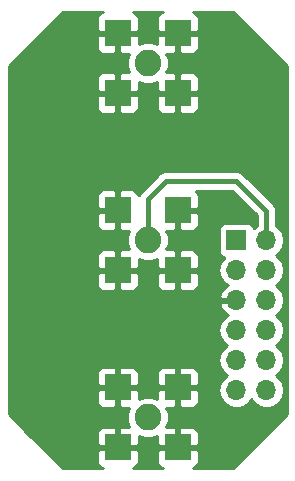
<source format=gbr>
G04 #@! TF.GenerationSoftware,KiCad,Pcbnew,(5.0.0-3-g5ebb6b6)*
G04 #@! TF.CreationDate,2020-07-14T15:02:59-04:00*
G04 #@! TF.ProjectId,Project,50726F6A6563742E6B696361645F7063,rev?*
G04 #@! TF.SameCoordinates,Original*
G04 #@! TF.FileFunction,Copper,L2,Bot,Signal*
G04 #@! TF.FilePolarity,Positive*
%FSLAX46Y46*%
G04 Gerber Fmt 4.6, Leading zero omitted, Abs format (unit mm)*
G04 Created by KiCad (PCBNEW (5.0.0-3-g5ebb6b6)) date Tuesday, July 14, 2020 at 03:02:59 PM*
%MOMM*%
%LPD*%
G01*
G04 APERTURE LIST*
G04 #@! TA.AperFunction,ComponentPad*
%ADD10R,1.700000X1.700000*%
G04 #@! TD*
G04 #@! TA.AperFunction,ComponentPad*
%ADD11O,1.700000X1.700000*%
G04 #@! TD*
G04 #@! TA.AperFunction,ComponentPad*
%ADD12C,2.250000*%
G04 #@! TD*
G04 #@! TA.AperFunction,ComponentPad*
%ADD13R,2.250000X2.250000*%
G04 #@! TD*
G04 #@! TA.AperFunction,Conductor*
%ADD14C,0.400000*%
G04 #@! TD*
G04 #@! TA.AperFunction,Conductor*
%ADD15C,0.254000*%
G04 #@! TD*
G04 APERTURE END LIST*
D10*
G04 #@! TO.P,J1,1*
G04 #@! TO.N,DD1*
X100000000Y-100000000D03*
D11*
G04 #@! TO.P,J1,2*
G04 #@! TO.N,SS1*
X102540000Y-100000000D03*
G04 #@! TO.P,J1,3*
G04 #@! TO.N,DD2*
X100000000Y-102540000D03*
G04 #@! TO.P,J1,4*
G04 #@! TO.N,SS2*
X102540000Y-102540000D03*
G04 #@! TO.P,J1,5*
G04 #@! TO.N,GND*
X100000000Y-105080000D03*
G04 #@! TO.P,J1,6*
G04 #@! TO.N,Net-(J1-Pad6)*
X102540000Y-105080000D03*
G04 #@! TO.P,J1,7*
G04 #@! TO.N,BackGate*
X100000000Y-107620000D03*
G04 #@! TO.P,J1,8*
G04 #@! TO.N,Gate*
X102540000Y-107620000D03*
G04 #@! TO.P,J1,9*
G04 #@! TO.N,LocalGate*
X100000000Y-110160000D03*
G04 #@! TO.P,J1,10*
G04 #@! TO.N,Gate*
X102540000Y-110160000D03*
G04 #@! TO.P,J1,11*
G04 #@! TO.N,SolutionGate*
X100000000Y-112700000D03*
G04 #@! TO.P,J1,12*
G04 #@! TO.N,Gate*
X102540000Y-112700000D03*
G04 #@! TD*
D12*
G04 #@! TO.P,SIG1,1*
G04 #@! TO.N,DD1*
X92500000Y-85000000D03*
D13*
G04 #@! TO.P,SIG1,2*
G04 #@! TO.N,GND*
X95040000Y-82460000D03*
X89960000Y-82460000D03*
X89960000Y-87540000D03*
X95040000Y-87540000D03*
G04 #@! TD*
D12*
G04 #@! TO.P,SIG2,1*
G04 #@! TO.N,Gate*
X92500000Y-115000000D03*
D13*
G04 #@! TO.P,SIG2,2*
G04 #@! TO.N,GND*
X95040000Y-112460000D03*
X89960000Y-112460000D03*
X89960000Y-117540000D03*
X95040000Y-117540000D03*
G04 #@! TD*
G04 #@! TO.P,SIG3,2*
G04 #@! TO.N,GND*
X95040000Y-102540000D03*
X89960000Y-102540000D03*
X89960000Y-97460000D03*
X95040000Y-97460000D03*
D12*
G04 #@! TO.P,SIG3,1*
G04 #@! TO.N,SS1*
X92500000Y-100000000D03*
G04 #@! TD*
D14*
G04 #@! TO.N,SS1*
X92500000Y-96500000D02*
X92500000Y-100000000D01*
X94000000Y-95000000D02*
X92500000Y-96500000D01*
X100000000Y-95000000D02*
X94000000Y-95000000D01*
X102540000Y-97540000D02*
X100000000Y-95000000D01*
X102540000Y-100000000D02*
X102540000Y-97540000D01*
G04 #@! TD*
D15*
G04 #@! TO.N,GND*
G36*
X88475302Y-80796673D02*
X88296673Y-80975301D01*
X88200000Y-81208690D01*
X88200000Y-82174250D01*
X88358750Y-82333000D01*
X89833000Y-82333000D01*
X89833000Y-82313000D01*
X90087000Y-82313000D01*
X90087000Y-82333000D01*
X91561250Y-82333000D01*
X91720000Y-82174250D01*
X91720000Y-81208690D01*
X91623327Y-80975301D01*
X91444698Y-80796673D01*
X91235451Y-80710000D01*
X93764549Y-80710000D01*
X93555302Y-80796673D01*
X93376673Y-80975301D01*
X93280000Y-81208690D01*
X93280000Y-82174250D01*
X93438750Y-82333000D01*
X94913000Y-82333000D01*
X94913000Y-82313000D01*
X95167000Y-82313000D01*
X95167000Y-82333000D01*
X96641250Y-82333000D01*
X96800000Y-82174250D01*
X96800000Y-81208690D01*
X96703327Y-80975301D01*
X96524698Y-80796673D01*
X96315451Y-80710000D01*
X99705910Y-80710000D01*
X104290001Y-85294093D01*
X104290000Y-97569925D01*
X104290001Y-97569930D01*
X104290000Y-114705908D01*
X99705910Y-119290000D01*
X96315451Y-119290000D01*
X96524698Y-119203327D01*
X96703327Y-119024699D01*
X96800000Y-118791310D01*
X96800000Y-117825750D01*
X96641250Y-117667000D01*
X95167000Y-117667000D01*
X95167000Y-117687000D01*
X94913000Y-117687000D01*
X94913000Y-117667000D01*
X93438750Y-117667000D01*
X93280000Y-117825750D01*
X93280000Y-118791310D01*
X93376673Y-119024699D01*
X93555302Y-119203327D01*
X93764549Y-119290000D01*
X91235451Y-119290000D01*
X91444698Y-119203327D01*
X91623327Y-119024699D01*
X91720000Y-118791310D01*
X91720000Y-117825750D01*
X91561250Y-117667000D01*
X90087000Y-117667000D01*
X90087000Y-117687000D01*
X89833000Y-117687000D01*
X89833000Y-117667000D01*
X88358750Y-117667000D01*
X88200000Y-117825750D01*
X88200000Y-118791310D01*
X88296673Y-119024699D01*
X88475302Y-119203327D01*
X88684549Y-119290000D01*
X85294092Y-119290000D01*
X82292781Y-116288690D01*
X88200000Y-116288690D01*
X88200000Y-117254250D01*
X88358750Y-117413000D01*
X89833000Y-117413000D01*
X89833000Y-115938750D01*
X89674250Y-115780000D01*
X88708691Y-115780000D01*
X88475302Y-115876673D01*
X88296673Y-116055301D01*
X88200000Y-116288690D01*
X82292781Y-116288690D01*
X80710000Y-114705910D01*
X80710000Y-112745750D01*
X88200000Y-112745750D01*
X88200000Y-113711310D01*
X88296673Y-113944699D01*
X88475302Y-114123327D01*
X88708691Y-114220000D01*
X89674250Y-114220000D01*
X89833000Y-114061250D01*
X89833000Y-112587000D01*
X90087000Y-112587000D01*
X90087000Y-114061250D01*
X90245750Y-114220000D01*
X90918076Y-114220000D01*
X90740000Y-114649914D01*
X90740000Y-115350086D01*
X90918076Y-115780000D01*
X90245750Y-115780000D01*
X90087000Y-115938750D01*
X90087000Y-117413000D01*
X91561250Y-117413000D01*
X91720000Y-117254250D01*
X91720000Y-116581924D01*
X92149914Y-116760000D01*
X92850086Y-116760000D01*
X93280000Y-116581924D01*
X93280000Y-117254250D01*
X93438750Y-117413000D01*
X94913000Y-117413000D01*
X94913000Y-115938750D01*
X95167000Y-115938750D01*
X95167000Y-117413000D01*
X96641250Y-117413000D01*
X96800000Y-117254250D01*
X96800000Y-116288690D01*
X96703327Y-116055301D01*
X96524698Y-115876673D01*
X96291309Y-115780000D01*
X95325750Y-115780000D01*
X95167000Y-115938750D01*
X94913000Y-115938750D01*
X94754250Y-115780000D01*
X94081924Y-115780000D01*
X94260000Y-115350086D01*
X94260000Y-114649914D01*
X94081924Y-114220000D01*
X94754250Y-114220000D01*
X94913000Y-114061250D01*
X94913000Y-112587000D01*
X95167000Y-112587000D01*
X95167000Y-114061250D01*
X95325750Y-114220000D01*
X96291309Y-114220000D01*
X96524698Y-114123327D01*
X96703327Y-113944699D01*
X96800000Y-113711310D01*
X96800000Y-112745750D01*
X96641250Y-112587000D01*
X95167000Y-112587000D01*
X94913000Y-112587000D01*
X93438750Y-112587000D01*
X93280000Y-112745750D01*
X93280000Y-113418076D01*
X92850086Y-113240000D01*
X92149914Y-113240000D01*
X91720000Y-113418076D01*
X91720000Y-112745750D01*
X91561250Y-112587000D01*
X90087000Y-112587000D01*
X89833000Y-112587000D01*
X88358750Y-112587000D01*
X88200000Y-112745750D01*
X80710000Y-112745750D01*
X80710000Y-111208690D01*
X88200000Y-111208690D01*
X88200000Y-112174250D01*
X88358750Y-112333000D01*
X89833000Y-112333000D01*
X89833000Y-110858750D01*
X90087000Y-110858750D01*
X90087000Y-112333000D01*
X91561250Y-112333000D01*
X91720000Y-112174250D01*
X91720000Y-111208690D01*
X93280000Y-111208690D01*
X93280000Y-112174250D01*
X93438750Y-112333000D01*
X94913000Y-112333000D01*
X94913000Y-110858750D01*
X95167000Y-110858750D01*
X95167000Y-112333000D01*
X96641250Y-112333000D01*
X96800000Y-112174250D01*
X96800000Y-111208690D01*
X96703327Y-110975301D01*
X96524698Y-110796673D01*
X96291309Y-110700000D01*
X95325750Y-110700000D01*
X95167000Y-110858750D01*
X94913000Y-110858750D01*
X94754250Y-110700000D01*
X93788691Y-110700000D01*
X93555302Y-110796673D01*
X93376673Y-110975301D01*
X93280000Y-111208690D01*
X91720000Y-111208690D01*
X91623327Y-110975301D01*
X91444698Y-110796673D01*
X91211309Y-110700000D01*
X90245750Y-110700000D01*
X90087000Y-110858750D01*
X89833000Y-110858750D01*
X89674250Y-110700000D01*
X88708691Y-110700000D01*
X88475302Y-110796673D01*
X88296673Y-110975301D01*
X88200000Y-111208690D01*
X80710000Y-111208690D01*
X80710000Y-102825750D01*
X88200000Y-102825750D01*
X88200000Y-103791310D01*
X88296673Y-104024699D01*
X88475302Y-104203327D01*
X88708691Y-104300000D01*
X89674250Y-104300000D01*
X89833000Y-104141250D01*
X89833000Y-102667000D01*
X90087000Y-102667000D01*
X90087000Y-104141250D01*
X90245750Y-104300000D01*
X91211309Y-104300000D01*
X91444698Y-104203327D01*
X91623327Y-104024699D01*
X91720000Y-103791310D01*
X91720000Y-102825750D01*
X93280000Y-102825750D01*
X93280000Y-103791310D01*
X93376673Y-104024699D01*
X93555302Y-104203327D01*
X93788691Y-104300000D01*
X94754250Y-104300000D01*
X94913000Y-104141250D01*
X94913000Y-102667000D01*
X95167000Y-102667000D01*
X95167000Y-104141250D01*
X95325750Y-104300000D01*
X96291309Y-104300000D01*
X96524698Y-104203327D01*
X96703327Y-104024699D01*
X96800000Y-103791310D01*
X96800000Y-102825750D01*
X96641250Y-102667000D01*
X95167000Y-102667000D01*
X94913000Y-102667000D01*
X93438750Y-102667000D01*
X93280000Y-102825750D01*
X91720000Y-102825750D01*
X91561250Y-102667000D01*
X90087000Y-102667000D01*
X89833000Y-102667000D01*
X88358750Y-102667000D01*
X88200000Y-102825750D01*
X80710000Y-102825750D01*
X80710000Y-101288690D01*
X88200000Y-101288690D01*
X88200000Y-102254250D01*
X88358750Y-102413000D01*
X89833000Y-102413000D01*
X89833000Y-100938750D01*
X89674250Y-100780000D01*
X88708691Y-100780000D01*
X88475302Y-100876673D01*
X88296673Y-101055301D01*
X88200000Y-101288690D01*
X80710000Y-101288690D01*
X80710000Y-97745750D01*
X88200000Y-97745750D01*
X88200000Y-98711310D01*
X88296673Y-98944699D01*
X88475302Y-99123327D01*
X88708691Y-99220000D01*
X89674250Y-99220000D01*
X89833000Y-99061250D01*
X89833000Y-97587000D01*
X88358750Y-97587000D01*
X88200000Y-97745750D01*
X80710000Y-97745750D01*
X80710000Y-96208690D01*
X88200000Y-96208690D01*
X88200000Y-97174250D01*
X88358750Y-97333000D01*
X89833000Y-97333000D01*
X89833000Y-95858750D01*
X90087000Y-95858750D01*
X90087000Y-97333000D01*
X90107000Y-97333000D01*
X90107000Y-97587000D01*
X90087000Y-97587000D01*
X90087000Y-99061250D01*
X90245750Y-99220000D01*
X90918076Y-99220000D01*
X90740000Y-99649914D01*
X90740000Y-100350086D01*
X90918076Y-100780000D01*
X90245750Y-100780000D01*
X90087000Y-100938750D01*
X90087000Y-102413000D01*
X91561250Y-102413000D01*
X91720000Y-102254250D01*
X91720000Y-101581924D01*
X92149914Y-101760000D01*
X92850086Y-101760000D01*
X93280000Y-101581924D01*
X93280000Y-102254250D01*
X93438750Y-102413000D01*
X94913000Y-102413000D01*
X94913000Y-100938750D01*
X95167000Y-100938750D01*
X95167000Y-102413000D01*
X96641250Y-102413000D01*
X96800000Y-102254250D01*
X96800000Y-101288690D01*
X96703327Y-101055301D01*
X96524698Y-100876673D01*
X96291309Y-100780000D01*
X95325750Y-100780000D01*
X95167000Y-100938750D01*
X94913000Y-100938750D01*
X94754250Y-100780000D01*
X94081924Y-100780000D01*
X94260000Y-100350086D01*
X94260000Y-99649914D01*
X94081924Y-99220000D01*
X94754250Y-99220000D01*
X94913000Y-99061250D01*
X94913000Y-97587000D01*
X95167000Y-97587000D01*
X95167000Y-99061250D01*
X95325750Y-99220000D01*
X96291309Y-99220000D01*
X96524698Y-99123327D01*
X96703327Y-98944699D01*
X96800000Y-98711310D01*
X96800000Y-97745750D01*
X96641250Y-97587000D01*
X95167000Y-97587000D01*
X94913000Y-97587000D01*
X94893000Y-97587000D01*
X94893000Y-97333000D01*
X94913000Y-97333000D01*
X94913000Y-97313000D01*
X95167000Y-97313000D01*
X95167000Y-97333000D01*
X96641250Y-97333000D01*
X96800000Y-97174250D01*
X96800000Y-96208690D01*
X96703327Y-95975301D01*
X96563025Y-95835000D01*
X99654133Y-95835000D01*
X101705001Y-97885870D01*
X101705000Y-98771935D01*
X101469375Y-98929375D01*
X101457184Y-98947619D01*
X101448157Y-98902235D01*
X101307809Y-98692191D01*
X101097765Y-98551843D01*
X100850000Y-98502560D01*
X99150000Y-98502560D01*
X98902235Y-98551843D01*
X98692191Y-98692191D01*
X98551843Y-98902235D01*
X98502560Y-99150000D01*
X98502560Y-100850000D01*
X98551843Y-101097765D01*
X98692191Y-101307809D01*
X98902235Y-101448157D01*
X98947619Y-101457184D01*
X98929375Y-101469375D01*
X98601161Y-101960582D01*
X98485908Y-102540000D01*
X98601161Y-103119418D01*
X98929375Y-103610625D01*
X99248478Y-103823843D01*
X99118642Y-103884817D01*
X98728355Y-104313076D01*
X98558524Y-104723110D01*
X98679845Y-104953000D01*
X99873000Y-104953000D01*
X99873000Y-104933000D01*
X100127000Y-104933000D01*
X100127000Y-104953000D01*
X100147000Y-104953000D01*
X100147000Y-105207000D01*
X100127000Y-105207000D01*
X100127000Y-105227000D01*
X99873000Y-105227000D01*
X99873000Y-105207000D01*
X98679845Y-105207000D01*
X98558524Y-105436890D01*
X98728355Y-105846924D01*
X99118642Y-106275183D01*
X99248478Y-106336157D01*
X98929375Y-106549375D01*
X98601161Y-107040582D01*
X98485908Y-107620000D01*
X98601161Y-108199418D01*
X98929375Y-108690625D01*
X99227761Y-108890000D01*
X98929375Y-109089375D01*
X98601161Y-109580582D01*
X98485908Y-110160000D01*
X98601161Y-110739418D01*
X98929375Y-111230625D01*
X99227761Y-111430000D01*
X98929375Y-111629375D01*
X98601161Y-112120582D01*
X98485908Y-112700000D01*
X98601161Y-113279418D01*
X98929375Y-113770625D01*
X99420582Y-114098839D01*
X99853744Y-114185000D01*
X100146256Y-114185000D01*
X100579418Y-114098839D01*
X101070625Y-113770625D01*
X101270000Y-113472239D01*
X101469375Y-113770625D01*
X101960582Y-114098839D01*
X102393744Y-114185000D01*
X102686256Y-114185000D01*
X103119418Y-114098839D01*
X103610625Y-113770625D01*
X103938839Y-113279418D01*
X104054092Y-112700000D01*
X103938839Y-112120582D01*
X103610625Y-111629375D01*
X103312239Y-111430000D01*
X103610625Y-111230625D01*
X103938839Y-110739418D01*
X104054092Y-110160000D01*
X103938839Y-109580582D01*
X103610625Y-109089375D01*
X103312239Y-108890000D01*
X103610625Y-108690625D01*
X103938839Y-108199418D01*
X104054092Y-107620000D01*
X103938839Y-107040582D01*
X103610625Y-106549375D01*
X103312239Y-106350000D01*
X103610625Y-106150625D01*
X103938839Y-105659418D01*
X104054092Y-105080000D01*
X103938839Y-104500582D01*
X103610625Y-104009375D01*
X103312239Y-103810000D01*
X103610625Y-103610625D01*
X103938839Y-103119418D01*
X104054092Y-102540000D01*
X103938839Y-101960582D01*
X103610625Y-101469375D01*
X103312239Y-101270000D01*
X103610625Y-101070625D01*
X103938839Y-100579418D01*
X104054092Y-100000000D01*
X103938839Y-99420582D01*
X103610625Y-98929375D01*
X103375000Y-98771935D01*
X103375000Y-97622232D01*
X103391357Y-97539999D01*
X103375000Y-97457766D01*
X103375000Y-97457763D01*
X103326552Y-97214199D01*
X103299859Y-97174250D01*
X103188584Y-97007715D01*
X103188583Y-97007714D01*
X103142001Y-96937999D01*
X103072285Y-96891417D01*
X100648587Y-94467720D01*
X100602001Y-94397999D01*
X100325801Y-94213448D01*
X100082237Y-94165000D01*
X100082233Y-94165000D01*
X100000000Y-94148643D01*
X99917767Y-94165000D01*
X94082232Y-94165000D01*
X93999999Y-94148643D01*
X93917766Y-94165000D01*
X93917763Y-94165000D01*
X93674199Y-94213448D01*
X93397999Y-94397999D01*
X93351416Y-94467715D01*
X91967720Y-95851413D01*
X91897999Y-95897999D01*
X91713448Y-96174200D01*
X91710939Y-96186814D01*
X91623327Y-95975301D01*
X91444698Y-95796673D01*
X91211309Y-95700000D01*
X90245750Y-95700000D01*
X90087000Y-95858750D01*
X89833000Y-95858750D01*
X89674250Y-95700000D01*
X88708691Y-95700000D01*
X88475302Y-95796673D01*
X88296673Y-95975301D01*
X88200000Y-96208690D01*
X80710000Y-96208690D01*
X80710000Y-87825750D01*
X88200000Y-87825750D01*
X88200000Y-88791310D01*
X88296673Y-89024699D01*
X88475302Y-89203327D01*
X88708691Y-89300000D01*
X89674250Y-89300000D01*
X89833000Y-89141250D01*
X89833000Y-87667000D01*
X90087000Y-87667000D01*
X90087000Y-89141250D01*
X90245750Y-89300000D01*
X91211309Y-89300000D01*
X91444698Y-89203327D01*
X91623327Y-89024699D01*
X91720000Y-88791310D01*
X91720000Y-87825750D01*
X93280000Y-87825750D01*
X93280000Y-88791310D01*
X93376673Y-89024699D01*
X93555302Y-89203327D01*
X93788691Y-89300000D01*
X94754250Y-89300000D01*
X94913000Y-89141250D01*
X94913000Y-87667000D01*
X95167000Y-87667000D01*
X95167000Y-89141250D01*
X95325750Y-89300000D01*
X96291309Y-89300000D01*
X96524698Y-89203327D01*
X96703327Y-89024699D01*
X96800000Y-88791310D01*
X96800000Y-87825750D01*
X96641250Y-87667000D01*
X95167000Y-87667000D01*
X94913000Y-87667000D01*
X93438750Y-87667000D01*
X93280000Y-87825750D01*
X91720000Y-87825750D01*
X91561250Y-87667000D01*
X90087000Y-87667000D01*
X89833000Y-87667000D01*
X88358750Y-87667000D01*
X88200000Y-87825750D01*
X80710000Y-87825750D01*
X80710000Y-86288690D01*
X88200000Y-86288690D01*
X88200000Y-87254250D01*
X88358750Y-87413000D01*
X89833000Y-87413000D01*
X89833000Y-85938750D01*
X89674250Y-85780000D01*
X88708691Y-85780000D01*
X88475302Y-85876673D01*
X88296673Y-86055301D01*
X88200000Y-86288690D01*
X80710000Y-86288690D01*
X80710000Y-85294090D01*
X83258341Y-82745750D01*
X88200000Y-82745750D01*
X88200000Y-83711310D01*
X88296673Y-83944699D01*
X88475302Y-84123327D01*
X88708691Y-84220000D01*
X89674250Y-84220000D01*
X89833000Y-84061250D01*
X89833000Y-82587000D01*
X90087000Y-82587000D01*
X90087000Y-84061250D01*
X90245750Y-84220000D01*
X90918076Y-84220000D01*
X90740000Y-84649914D01*
X90740000Y-85350086D01*
X90918076Y-85780000D01*
X90245750Y-85780000D01*
X90087000Y-85938750D01*
X90087000Y-87413000D01*
X91561250Y-87413000D01*
X91720000Y-87254250D01*
X91720000Y-86581924D01*
X92149914Y-86760000D01*
X92850086Y-86760000D01*
X93280000Y-86581924D01*
X93280000Y-87254250D01*
X93438750Y-87413000D01*
X94913000Y-87413000D01*
X94913000Y-85938750D01*
X95167000Y-85938750D01*
X95167000Y-87413000D01*
X96641250Y-87413000D01*
X96800000Y-87254250D01*
X96800000Y-86288690D01*
X96703327Y-86055301D01*
X96524698Y-85876673D01*
X96291309Y-85780000D01*
X95325750Y-85780000D01*
X95167000Y-85938750D01*
X94913000Y-85938750D01*
X94754250Y-85780000D01*
X94081924Y-85780000D01*
X94260000Y-85350086D01*
X94260000Y-84649914D01*
X94081924Y-84220000D01*
X94754250Y-84220000D01*
X94913000Y-84061250D01*
X94913000Y-82587000D01*
X95167000Y-82587000D01*
X95167000Y-84061250D01*
X95325750Y-84220000D01*
X96291309Y-84220000D01*
X96524698Y-84123327D01*
X96703327Y-83944699D01*
X96800000Y-83711310D01*
X96800000Y-82745750D01*
X96641250Y-82587000D01*
X95167000Y-82587000D01*
X94913000Y-82587000D01*
X93438750Y-82587000D01*
X93280000Y-82745750D01*
X93280000Y-83418076D01*
X92850086Y-83240000D01*
X92149914Y-83240000D01*
X91720000Y-83418076D01*
X91720000Y-82745750D01*
X91561250Y-82587000D01*
X90087000Y-82587000D01*
X89833000Y-82587000D01*
X88358750Y-82587000D01*
X88200000Y-82745750D01*
X83258341Y-82745750D01*
X85294092Y-80710000D01*
X88684549Y-80710000D01*
X88475302Y-80796673D01*
X88475302Y-80796673D01*
G37*
X88475302Y-80796673D02*
X88296673Y-80975301D01*
X88200000Y-81208690D01*
X88200000Y-82174250D01*
X88358750Y-82333000D01*
X89833000Y-82333000D01*
X89833000Y-82313000D01*
X90087000Y-82313000D01*
X90087000Y-82333000D01*
X91561250Y-82333000D01*
X91720000Y-82174250D01*
X91720000Y-81208690D01*
X91623327Y-80975301D01*
X91444698Y-80796673D01*
X91235451Y-80710000D01*
X93764549Y-80710000D01*
X93555302Y-80796673D01*
X93376673Y-80975301D01*
X93280000Y-81208690D01*
X93280000Y-82174250D01*
X93438750Y-82333000D01*
X94913000Y-82333000D01*
X94913000Y-82313000D01*
X95167000Y-82313000D01*
X95167000Y-82333000D01*
X96641250Y-82333000D01*
X96800000Y-82174250D01*
X96800000Y-81208690D01*
X96703327Y-80975301D01*
X96524698Y-80796673D01*
X96315451Y-80710000D01*
X99705910Y-80710000D01*
X104290001Y-85294093D01*
X104290000Y-97569925D01*
X104290001Y-97569930D01*
X104290000Y-114705908D01*
X99705910Y-119290000D01*
X96315451Y-119290000D01*
X96524698Y-119203327D01*
X96703327Y-119024699D01*
X96800000Y-118791310D01*
X96800000Y-117825750D01*
X96641250Y-117667000D01*
X95167000Y-117667000D01*
X95167000Y-117687000D01*
X94913000Y-117687000D01*
X94913000Y-117667000D01*
X93438750Y-117667000D01*
X93280000Y-117825750D01*
X93280000Y-118791310D01*
X93376673Y-119024699D01*
X93555302Y-119203327D01*
X93764549Y-119290000D01*
X91235451Y-119290000D01*
X91444698Y-119203327D01*
X91623327Y-119024699D01*
X91720000Y-118791310D01*
X91720000Y-117825750D01*
X91561250Y-117667000D01*
X90087000Y-117667000D01*
X90087000Y-117687000D01*
X89833000Y-117687000D01*
X89833000Y-117667000D01*
X88358750Y-117667000D01*
X88200000Y-117825750D01*
X88200000Y-118791310D01*
X88296673Y-119024699D01*
X88475302Y-119203327D01*
X88684549Y-119290000D01*
X85294092Y-119290000D01*
X82292781Y-116288690D01*
X88200000Y-116288690D01*
X88200000Y-117254250D01*
X88358750Y-117413000D01*
X89833000Y-117413000D01*
X89833000Y-115938750D01*
X89674250Y-115780000D01*
X88708691Y-115780000D01*
X88475302Y-115876673D01*
X88296673Y-116055301D01*
X88200000Y-116288690D01*
X82292781Y-116288690D01*
X80710000Y-114705910D01*
X80710000Y-112745750D01*
X88200000Y-112745750D01*
X88200000Y-113711310D01*
X88296673Y-113944699D01*
X88475302Y-114123327D01*
X88708691Y-114220000D01*
X89674250Y-114220000D01*
X89833000Y-114061250D01*
X89833000Y-112587000D01*
X90087000Y-112587000D01*
X90087000Y-114061250D01*
X90245750Y-114220000D01*
X90918076Y-114220000D01*
X90740000Y-114649914D01*
X90740000Y-115350086D01*
X90918076Y-115780000D01*
X90245750Y-115780000D01*
X90087000Y-115938750D01*
X90087000Y-117413000D01*
X91561250Y-117413000D01*
X91720000Y-117254250D01*
X91720000Y-116581924D01*
X92149914Y-116760000D01*
X92850086Y-116760000D01*
X93280000Y-116581924D01*
X93280000Y-117254250D01*
X93438750Y-117413000D01*
X94913000Y-117413000D01*
X94913000Y-115938750D01*
X95167000Y-115938750D01*
X95167000Y-117413000D01*
X96641250Y-117413000D01*
X96800000Y-117254250D01*
X96800000Y-116288690D01*
X96703327Y-116055301D01*
X96524698Y-115876673D01*
X96291309Y-115780000D01*
X95325750Y-115780000D01*
X95167000Y-115938750D01*
X94913000Y-115938750D01*
X94754250Y-115780000D01*
X94081924Y-115780000D01*
X94260000Y-115350086D01*
X94260000Y-114649914D01*
X94081924Y-114220000D01*
X94754250Y-114220000D01*
X94913000Y-114061250D01*
X94913000Y-112587000D01*
X95167000Y-112587000D01*
X95167000Y-114061250D01*
X95325750Y-114220000D01*
X96291309Y-114220000D01*
X96524698Y-114123327D01*
X96703327Y-113944699D01*
X96800000Y-113711310D01*
X96800000Y-112745750D01*
X96641250Y-112587000D01*
X95167000Y-112587000D01*
X94913000Y-112587000D01*
X93438750Y-112587000D01*
X93280000Y-112745750D01*
X93280000Y-113418076D01*
X92850086Y-113240000D01*
X92149914Y-113240000D01*
X91720000Y-113418076D01*
X91720000Y-112745750D01*
X91561250Y-112587000D01*
X90087000Y-112587000D01*
X89833000Y-112587000D01*
X88358750Y-112587000D01*
X88200000Y-112745750D01*
X80710000Y-112745750D01*
X80710000Y-111208690D01*
X88200000Y-111208690D01*
X88200000Y-112174250D01*
X88358750Y-112333000D01*
X89833000Y-112333000D01*
X89833000Y-110858750D01*
X90087000Y-110858750D01*
X90087000Y-112333000D01*
X91561250Y-112333000D01*
X91720000Y-112174250D01*
X91720000Y-111208690D01*
X93280000Y-111208690D01*
X93280000Y-112174250D01*
X93438750Y-112333000D01*
X94913000Y-112333000D01*
X94913000Y-110858750D01*
X95167000Y-110858750D01*
X95167000Y-112333000D01*
X96641250Y-112333000D01*
X96800000Y-112174250D01*
X96800000Y-111208690D01*
X96703327Y-110975301D01*
X96524698Y-110796673D01*
X96291309Y-110700000D01*
X95325750Y-110700000D01*
X95167000Y-110858750D01*
X94913000Y-110858750D01*
X94754250Y-110700000D01*
X93788691Y-110700000D01*
X93555302Y-110796673D01*
X93376673Y-110975301D01*
X93280000Y-111208690D01*
X91720000Y-111208690D01*
X91623327Y-110975301D01*
X91444698Y-110796673D01*
X91211309Y-110700000D01*
X90245750Y-110700000D01*
X90087000Y-110858750D01*
X89833000Y-110858750D01*
X89674250Y-110700000D01*
X88708691Y-110700000D01*
X88475302Y-110796673D01*
X88296673Y-110975301D01*
X88200000Y-111208690D01*
X80710000Y-111208690D01*
X80710000Y-102825750D01*
X88200000Y-102825750D01*
X88200000Y-103791310D01*
X88296673Y-104024699D01*
X88475302Y-104203327D01*
X88708691Y-104300000D01*
X89674250Y-104300000D01*
X89833000Y-104141250D01*
X89833000Y-102667000D01*
X90087000Y-102667000D01*
X90087000Y-104141250D01*
X90245750Y-104300000D01*
X91211309Y-104300000D01*
X91444698Y-104203327D01*
X91623327Y-104024699D01*
X91720000Y-103791310D01*
X91720000Y-102825750D01*
X93280000Y-102825750D01*
X93280000Y-103791310D01*
X93376673Y-104024699D01*
X93555302Y-104203327D01*
X93788691Y-104300000D01*
X94754250Y-104300000D01*
X94913000Y-104141250D01*
X94913000Y-102667000D01*
X95167000Y-102667000D01*
X95167000Y-104141250D01*
X95325750Y-104300000D01*
X96291309Y-104300000D01*
X96524698Y-104203327D01*
X96703327Y-104024699D01*
X96800000Y-103791310D01*
X96800000Y-102825750D01*
X96641250Y-102667000D01*
X95167000Y-102667000D01*
X94913000Y-102667000D01*
X93438750Y-102667000D01*
X93280000Y-102825750D01*
X91720000Y-102825750D01*
X91561250Y-102667000D01*
X90087000Y-102667000D01*
X89833000Y-102667000D01*
X88358750Y-102667000D01*
X88200000Y-102825750D01*
X80710000Y-102825750D01*
X80710000Y-101288690D01*
X88200000Y-101288690D01*
X88200000Y-102254250D01*
X88358750Y-102413000D01*
X89833000Y-102413000D01*
X89833000Y-100938750D01*
X89674250Y-100780000D01*
X88708691Y-100780000D01*
X88475302Y-100876673D01*
X88296673Y-101055301D01*
X88200000Y-101288690D01*
X80710000Y-101288690D01*
X80710000Y-97745750D01*
X88200000Y-97745750D01*
X88200000Y-98711310D01*
X88296673Y-98944699D01*
X88475302Y-99123327D01*
X88708691Y-99220000D01*
X89674250Y-99220000D01*
X89833000Y-99061250D01*
X89833000Y-97587000D01*
X88358750Y-97587000D01*
X88200000Y-97745750D01*
X80710000Y-97745750D01*
X80710000Y-96208690D01*
X88200000Y-96208690D01*
X88200000Y-97174250D01*
X88358750Y-97333000D01*
X89833000Y-97333000D01*
X89833000Y-95858750D01*
X90087000Y-95858750D01*
X90087000Y-97333000D01*
X90107000Y-97333000D01*
X90107000Y-97587000D01*
X90087000Y-97587000D01*
X90087000Y-99061250D01*
X90245750Y-99220000D01*
X90918076Y-99220000D01*
X90740000Y-99649914D01*
X90740000Y-100350086D01*
X90918076Y-100780000D01*
X90245750Y-100780000D01*
X90087000Y-100938750D01*
X90087000Y-102413000D01*
X91561250Y-102413000D01*
X91720000Y-102254250D01*
X91720000Y-101581924D01*
X92149914Y-101760000D01*
X92850086Y-101760000D01*
X93280000Y-101581924D01*
X93280000Y-102254250D01*
X93438750Y-102413000D01*
X94913000Y-102413000D01*
X94913000Y-100938750D01*
X95167000Y-100938750D01*
X95167000Y-102413000D01*
X96641250Y-102413000D01*
X96800000Y-102254250D01*
X96800000Y-101288690D01*
X96703327Y-101055301D01*
X96524698Y-100876673D01*
X96291309Y-100780000D01*
X95325750Y-100780000D01*
X95167000Y-100938750D01*
X94913000Y-100938750D01*
X94754250Y-100780000D01*
X94081924Y-100780000D01*
X94260000Y-100350086D01*
X94260000Y-99649914D01*
X94081924Y-99220000D01*
X94754250Y-99220000D01*
X94913000Y-99061250D01*
X94913000Y-97587000D01*
X95167000Y-97587000D01*
X95167000Y-99061250D01*
X95325750Y-99220000D01*
X96291309Y-99220000D01*
X96524698Y-99123327D01*
X96703327Y-98944699D01*
X96800000Y-98711310D01*
X96800000Y-97745750D01*
X96641250Y-97587000D01*
X95167000Y-97587000D01*
X94913000Y-97587000D01*
X94893000Y-97587000D01*
X94893000Y-97333000D01*
X94913000Y-97333000D01*
X94913000Y-97313000D01*
X95167000Y-97313000D01*
X95167000Y-97333000D01*
X96641250Y-97333000D01*
X96800000Y-97174250D01*
X96800000Y-96208690D01*
X96703327Y-95975301D01*
X96563025Y-95835000D01*
X99654133Y-95835000D01*
X101705001Y-97885870D01*
X101705000Y-98771935D01*
X101469375Y-98929375D01*
X101457184Y-98947619D01*
X101448157Y-98902235D01*
X101307809Y-98692191D01*
X101097765Y-98551843D01*
X100850000Y-98502560D01*
X99150000Y-98502560D01*
X98902235Y-98551843D01*
X98692191Y-98692191D01*
X98551843Y-98902235D01*
X98502560Y-99150000D01*
X98502560Y-100850000D01*
X98551843Y-101097765D01*
X98692191Y-101307809D01*
X98902235Y-101448157D01*
X98947619Y-101457184D01*
X98929375Y-101469375D01*
X98601161Y-101960582D01*
X98485908Y-102540000D01*
X98601161Y-103119418D01*
X98929375Y-103610625D01*
X99248478Y-103823843D01*
X99118642Y-103884817D01*
X98728355Y-104313076D01*
X98558524Y-104723110D01*
X98679845Y-104953000D01*
X99873000Y-104953000D01*
X99873000Y-104933000D01*
X100127000Y-104933000D01*
X100127000Y-104953000D01*
X100147000Y-104953000D01*
X100147000Y-105207000D01*
X100127000Y-105207000D01*
X100127000Y-105227000D01*
X99873000Y-105227000D01*
X99873000Y-105207000D01*
X98679845Y-105207000D01*
X98558524Y-105436890D01*
X98728355Y-105846924D01*
X99118642Y-106275183D01*
X99248478Y-106336157D01*
X98929375Y-106549375D01*
X98601161Y-107040582D01*
X98485908Y-107620000D01*
X98601161Y-108199418D01*
X98929375Y-108690625D01*
X99227761Y-108890000D01*
X98929375Y-109089375D01*
X98601161Y-109580582D01*
X98485908Y-110160000D01*
X98601161Y-110739418D01*
X98929375Y-111230625D01*
X99227761Y-111430000D01*
X98929375Y-111629375D01*
X98601161Y-112120582D01*
X98485908Y-112700000D01*
X98601161Y-113279418D01*
X98929375Y-113770625D01*
X99420582Y-114098839D01*
X99853744Y-114185000D01*
X100146256Y-114185000D01*
X100579418Y-114098839D01*
X101070625Y-113770625D01*
X101270000Y-113472239D01*
X101469375Y-113770625D01*
X101960582Y-114098839D01*
X102393744Y-114185000D01*
X102686256Y-114185000D01*
X103119418Y-114098839D01*
X103610625Y-113770625D01*
X103938839Y-113279418D01*
X104054092Y-112700000D01*
X103938839Y-112120582D01*
X103610625Y-111629375D01*
X103312239Y-111430000D01*
X103610625Y-111230625D01*
X103938839Y-110739418D01*
X104054092Y-110160000D01*
X103938839Y-109580582D01*
X103610625Y-109089375D01*
X103312239Y-108890000D01*
X103610625Y-108690625D01*
X103938839Y-108199418D01*
X104054092Y-107620000D01*
X103938839Y-107040582D01*
X103610625Y-106549375D01*
X103312239Y-106350000D01*
X103610625Y-106150625D01*
X103938839Y-105659418D01*
X104054092Y-105080000D01*
X103938839Y-104500582D01*
X103610625Y-104009375D01*
X103312239Y-103810000D01*
X103610625Y-103610625D01*
X103938839Y-103119418D01*
X104054092Y-102540000D01*
X103938839Y-101960582D01*
X103610625Y-101469375D01*
X103312239Y-101270000D01*
X103610625Y-101070625D01*
X103938839Y-100579418D01*
X104054092Y-100000000D01*
X103938839Y-99420582D01*
X103610625Y-98929375D01*
X103375000Y-98771935D01*
X103375000Y-97622232D01*
X103391357Y-97539999D01*
X103375000Y-97457766D01*
X103375000Y-97457763D01*
X103326552Y-97214199D01*
X103299859Y-97174250D01*
X103188584Y-97007715D01*
X103188583Y-97007714D01*
X103142001Y-96937999D01*
X103072285Y-96891417D01*
X100648587Y-94467720D01*
X100602001Y-94397999D01*
X100325801Y-94213448D01*
X100082237Y-94165000D01*
X100082233Y-94165000D01*
X100000000Y-94148643D01*
X99917767Y-94165000D01*
X94082232Y-94165000D01*
X93999999Y-94148643D01*
X93917766Y-94165000D01*
X93917763Y-94165000D01*
X93674199Y-94213448D01*
X93397999Y-94397999D01*
X93351416Y-94467715D01*
X91967720Y-95851413D01*
X91897999Y-95897999D01*
X91713448Y-96174200D01*
X91710939Y-96186814D01*
X91623327Y-95975301D01*
X91444698Y-95796673D01*
X91211309Y-95700000D01*
X90245750Y-95700000D01*
X90087000Y-95858750D01*
X89833000Y-95858750D01*
X89674250Y-95700000D01*
X88708691Y-95700000D01*
X88475302Y-95796673D01*
X88296673Y-95975301D01*
X88200000Y-96208690D01*
X80710000Y-96208690D01*
X80710000Y-87825750D01*
X88200000Y-87825750D01*
X88200000Y-88791310D01*
X88296673Y-89024699D01*
X88475302Y-89203327D01*
X88708691Y-89300000D01*
X89674250Y-89300000D01*
X89833000Y-89141250D01*
X89833000Y-87667000D01*
X90087000Y-87667000D01*
X90087000Y-89141250D01*
X90245750Y-89300000D01*
X91211309Y-89300000D01*
X91444698Y-89203327D01*
X91623327Y-89024699D01*
X91720000Y-88791310D01*
X91720000Y-87825750D01*
X93280000Y-87825750D01*
X93280000Y-88791310D01*
X93376673Y-89024699D01*
X93555302Y-89203327D01*
X93788691Y-89300000D01*
X94754250Y-89300000D01*
X94913000Y-89141250D01*
X94913000Y-87667000D01*
X95167000Y-87667000D01*
X95167000Y-89141250D01*
X95325750Y-89300000D01*
X96291309Y-89300000D01*
X96524698Y-89203327D01*
X96703327Y-89024699D01*
X96800000Y-88791310D01*
X96800000Y-87825750D01*
X96641250Y-87667000D01*
X95167000Y-87667000D01*
X94913000Y-87667000D01*
X93438750Y-87667000D01*
X93280000Y-87825750D01*
X91720000Y-87825750D01*
X91561250Y-87667000D01*
X90087000Y-87667000D01*
X89833000Y-87667000D01*
X88358750Y-87667000D01*
X88200000Y-87825750D01*
X80710000Y-87825750D01*
X80710000Y-86288690D01*
X88200000Y-86288690D01*
X88200000Y-87254250D01*
X88358750Y-87413000D01*
X89833000Y-87413000D01*
X89833000Y-85938750D01*
X89674250Y-85780000D01*
X88708691Y-85780000D01*
X88475302Y-85876673D01*
X88296673Y-86055301D01*
X88200000Y-86288690D01*
X80710000Y-86288690D01*
X80710000Y-85294090D01*
X83258341Y-82745750D01*
X88200000Y-82745750D01*
X88200000Y-83711310D01*
X88296673Y-83944699D01*
X88475302Y-84123327D01*
X88708691Y-84220000D01*
X89674250Y-84220000D01*
X89833000Y-84061250D01*
X89833000Y-82587000D01*
X90087000Y-82587000D01*
X90087000Y-84061250D01*
X90245750Y-84220000D01*
X90918076Y-84220000D01*
X90740000Y-84649914D01*
X90740000Y-85350086D01*
X90918076Y-85780000D01*
X90245750Y-85780000D01*
X90087000Y-85938750D01*
X90087000Y-87413000D01*
X91561250Y-87413000D01*
X91720000Y-87254250D01*
X91720000Y-86581924D01*
X92149914Y-86760000D01*
X92850086Y-86760000D01*
X93280000Y-86581924D01*
X93280000Y-87254250D01*
X93438750Y-87413000D01*
X94913000Y-87413000D01*
X94913000Y-85938750D01*
X95167000Y-85938750D01*
X95167000Y-87413000D01*
X96641250Y-87413000D01*
X96800000Y-87254250D01*
X96800000Y-86288690D01*
X96703327Y-86055301D01*
X96524698Y-85876673D01*
X96291309Y-85780000D01*
X95325750Y-85780000D01*
X95167000Y-85938750D01*
X94913000Y-85938750D01*
X94754250Y-85780000D01*
X94081924Y-85780000D01*
X94260000Y-85350086D01*
X94260000Y-84649914D01*
X94081924Y-84220000D01*
X94754250Y-84220000D01*
X94913000Y-84061250D01*
X94913000Y-82587000D01*
X95167000Y-82587000D01*
X95167000Y-84061250D01*
X95325750Y-84220000D01*
X96291309Y-84220000D01*
X96524698Y-84123327D01*
X96703327Y-83944699D01*
X96800000Y-83711310D01*
X96800000Y-82745750D01*
X96641250Y-82587000D01*
X95167000Y-82587000D01*
X94913000Y-82587000D01*
X93438750Y-82587000D01*
X93280000Y-82745750D01*
X93280000Y-83418076D01*
X92850086Y-83240000D01*
X92149914Y-83240000D01*
X91720000Y-83418076D01*
X91720000Y-82745750D01*
X91561250Y-82587000D01*
X90087000Y-82587000D01*
X89833000Y-82587000D01*
X88358750Y-82587000D01*
X88200000Y-82745750D01*
X83258341Y-82745750D01*
X85294092Y-80710000D01*
X88684549Y-80710000D01*
X88475302Y-80796673D01*
G04 #@! TD*
M02*

</source>
